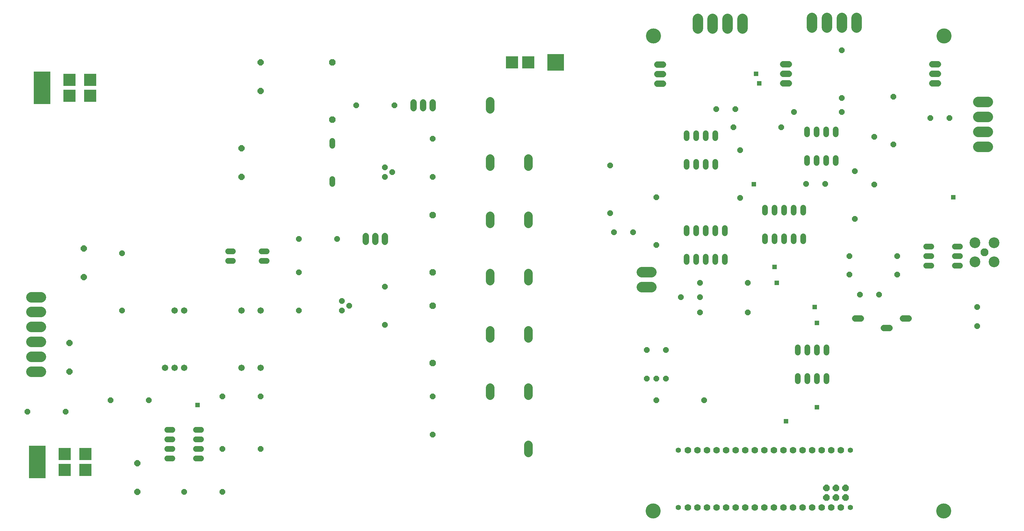
<source format=gbs>
G75*
%MOIN*%
%OFA0B0*%
%FSLAX25Y25*%
%IPPOS*%
%LPD*%
%AMOC8*
5,1,8,0,0,1.08239X$1,22.5*
%
%ADD10C,0.15750*%
%ADD11OC8,0.06400*%
%ADD12C,0.09050*%
%ADD13C,0.06000*%
%ADD14C,0.06737*%
%ADD15C,0.06800*%
%ADD16OC8,0.06000*%
%ADD17OC8,0.06800*%
%ADD18R,0.12611X0.12611*%
%ADD19R,0.17398X0.17398*%
%ADD20C,0.10839*%
%ADD21C,0.07000*%
%ADD22C,0.05524*%
%ADD23OC8,0.07000*%
%ADD24C,0.08300*%
%ADD25C,0.11300*%
%ADD26R,0.04762X0.04762*%
D10*
X0672300Y0027800D03*
X0976300Y0027800D03*
X0976800Y0525300D03*
X0672800Y0525300D03*
D11*
X0261800Y0497800D03*
X0261800Y0467800D03*
X0241800Y0407800D03*
X0241800Y0377800D03*
X0076800Y0302800D03*
X0076800Y0272800D03*
X0061800Y0203800D03*
X0061800Y0173800D03*
X0132800Y0077800D03*
X0132800Y0047800D03*
D12*
X0501800Y0148675D02*
X0501800Y0156925D01*
X0541800Y0156925D02*
X0541800Y0148675D01*
X0541800Y0096925D02*
X0541800Y0088675D01*
X0541800Y0208675D02*
X0541800Y0216925D01*
X0501800Y0216925D02*
X0501800Y0208675D01*
X0501800Y0268675D02*
X0501800Y0276925D01*
X0541800Y0276925D02*
X0541800Y0268675D01*
X0541800Y0328675D02*
X0541800Y0336925D01*
X0501800Y0336925D02*
X0501800Y0328675D01*
X0501800Y0388675D02*
X0501800Y0396925D01*
X0541800Y0396925D02*
X0541800Y0388675D01*
X0501800Y0448675D02*
X0501800Y0456925D01*
D13*
X0336800Y0415400D02*
X0336800Y0410200D01*
X0336800Y0375400D02*
X0336800Y0370200D01*
X0268000Y0299800D02*
X0262800Y0299800D01*
X0262800Y0289800D02*
X0268000Y0289800D01*
X0232800Y0289800D02*
X0227600Y0289800D01*
X0227600Y0299800D02*
X0232800Y0299800D01*
X0199400Y0112800D02*
X0194200Y0112800D01*
X0194200Y0102800D02*
X0199400Y0102800D01*
X0199400Y0092800D02*
X0194200Y0092800D01*
X0194200Y0082800D02*
X0199400Y0082800D01*
X0169400Y0082800D02*
X0164200Y0082800D01*
X0164200Y0092800D02*
X0169400Y0092800D01*
X0169400Y0102800D02*
X0164200Y0102800D01*
X0164200Y0112800D02*
X0169400Y0112800D01*
X0707300Y0288700D02*
X0707300Y0293900D01*
X0717300Y0293900D02*
X0717300Y0288700D01*
X0727300Y0288700D02*
X0727300Y0293900D01*
X0737300Y0293900D02*
X0737300Y0288700D01*
X0747300Y0288700D02*
X0747300Y0293900D01*
X0789300Y0310200D02*
X0789300Y0315400D01*
X0799300Y0315400D02*
X0799300Y0310200D01*
X0809300Y0310200D02*
X0809300Y0315400D01*
X0819300Y0315400D02*
X0819300Y0310200D01*
X0829300Y0310200D02*
X0829300Y0315400D01*
X0829300Y0340200D02*
X0829300Y0345400D01*
X0819300Y0345400D02*
X0819300Y0340200D01*
X0809300Y0340200D02*
X0809300Y0345400D01*
X0799300Y0345400D02*
X0799300Y0340200D01*
X0789300Y0340200D02*
X0789300Y0345400D01*
X0747300Y0323900D02*
X0747300Y0318700D01*
X0737300Y0318700D02*
X0737300Y0323900D01*
X0727300Y0323900D02*
X0727300Y0318700D01*
X0717300Y0318700D02*
X0717300Y0323900D01*
X0707300Y0323900D02*
X0707300Y0318700D01*
X0707300Y0388200D02*
X0707300Y0393400D01*
X0717300Y0393400D02*
X0717300Y0388200D01*
X0727300Y0388200D02*
X0727300Y0393400D01*
X0737300Y0393400D02*
X0737300Y0388200D01*
X0737300Y0418200D02*
X0737300Y0423400D01*
X0727300Y0423400D02*
X0727300Y0418200D01*
X0717300Y0418200D02*
X0717300Y0423400D01*
X0707300Y0423400D02*
X0707300Y0418200D01*
X0833300Y0422200D02*
X0833300Y0427400D01*
X0843300Y0427400D02*
X0843300Y0422200D01*
X0853300Y0422200D02*
X0853300Y0427400D01*
X0863300Y0427400D02*
X0863300Y0422200D01*
X0863300Y0397400D02*
X0863300Y0392200D01*
X0853300Y0392200D02*
X0853300Y0397400D01*
X0843300Y0397400D02*
X0843300Y0392200D01*
X0833300Y0392200D02*
X0833300Y0397400D01*
X0958200Y0304800D02*
X0963400Y0304800D01*
X0963400Y0294800D02*
X0958200Y0294800D01*
X0958200Y0284800D02*
X0963400Y0284800D01*
X0988200Y0284800D02*
X0993400Y0284800D01*
X0993400Y0294800D02*
X0988200Y0294800D01*
X0988200Y0304800D02*
X0993400Y0304800D01*
X0853800Y0198900D02*
X0853800Y0193700D01*
X0843800Y0193700D02*
X0843800Y0198900D01*
X0833800Y0198900D02*
X0833800Y0193700D01*
X0823800Y0193700D02*
X0823800Y0198900D01*
X0823800Y0168900D02*
X0823800Y0163700D01*
X0833800Y0163700D02*
X0833800Y0168900D01*
X0843800Y0168900D02*
X0843800Y0163700D01*
X0853800Y0163700D02*
X0853800Y0168900D01*
D14*
X0261800Y0177800D03*
X0241800Y0177800D03*
X0181800Y0177800D03*
X0171800Y0177800D03*
X0161800Y0177800D03*
X0171800Y0237800D03*
X0181800Y0237800D03*
X0241800Y0237800D03*
X0261800Y0237800D03*
D15*
X0371800Y0309800D02*
X0371800Y0315800D01*
X0381800Y0315800D02*
X0381800Y0309800D01*
X0391800Y0309800D02*
X0391800Y0315800D01*
X0421800Y0449800D02*
X0421800Y0455800D01*
X0431800Y0455800D02*
X0431800Y0449800D01*
X0441800Y0449800D02*
X0441800Y0455800D01*
X0676800Y0475300D02*
X0682800Y0475300D01*
X0682800Y0485300D02*
X0676800Y0485300D01*
X0676800Y0495300D02*
X0682800Y0495300D01*
X0808300Y0495800D02*
X0814300Y0495800D01*
X0814300Y0485800D02*
X0808300Y0485800D01*
X0808300Y0475800D02*
X0814300Y0475800D01*
X0964300Y0475800D02*
X0970300Y0475800D01*
X0970300Y0485800D02*
X0964300Y0485800D01*
X0964300Y0495800D02*
X0970300Y0495800D01*
X0939800Y0229300D02*
X0933800Y0229300D01*
X0919800Y0219300D02*
X0913800Y0219300D01*
X0889800Y0229300D02*
X0883800Y0229300D01*
D16*
X0888800Y0254300D03*
X0908800Y0254300D03*
X0927800Y0275300D03*
X0927800Y0294800D03*
X0877800Y0294800D03*
X0877800Y0275300D03*
X0883300Y0333800D03*
X0903800Y0369800D03*
X0883300Y0383800D03*
X0852300Y0370300D03*
X0832300Y0370300D03*
X0763300Y0355800D03*
X0675800Y0356300D03*
X0627300Y0339800D03*
X0631300Y0319800D03*
X0651300Y0319800D03*
X0675800Y0306300D03*
X0721300Y0266800D03*
X0721300Y0251800D03*
X0701300Y0251800D03*
X0721300Y0235800D03*
X0771300Y0235800D03*
X0771300Y0266800D03*
X0685800Y0196300D03*
X0665800Y0196300D03*
X0665800Y0166300D03*
X0675800Y0166300D03*
X0685800Y0166300D03*
X0675800Y0143800D03*
X0725800Y0143800D03*
X0441800Y0147800D03*
X0441800Y0107800D03*
X0261800Y0092800D03*
X0221800Y0092800D03*
X0221800Y0047800D03*
X0181800Y0047800D03*
X0057800Y0131800D03*
X0017800Y0131800D03*
X0104800Y0143800D03*
X0144800Y0143800D03*
X0221800Y0147800D03*
X0261800Y0147800D03*
X0391800Y0222800D03*
X0354300Y0242800D03*
X0346800Y0237800D03*
X0346800Y0247800D03*
X0301800Y0237800D03*
X0301800Y0277800D03*
X0301800Y0312800D03*
X0341800Y0312800D03*
X0391800Y0262800D03*
X0391800Y0377800D03*
X0399300Y0382800D03*
X0391800Y0387800D03*
X0441800Y0377800D03*
X0441800Y0417800D03*
X0401800Y0452800D03*
X0361800Y0452800D03*
X0627300Y0389800D03*
X0738300Y0448800D03*
X0758300Y0448800D03*
X0756300Y0429800D03*
X0763300Y0405800D03*
X0806300Y0429800D03*
X0819800Y0445800D03*
X0869800Y0445800D03*
X0869800Y0460300D03*
X0923800Y0461800D03*
X0962300Y0439300D03*
X0982300Y0439300D03*
X0923800Y0411800D03*
X0903800Y0419800D03*
X0869800Y0510300D03*
X1011300Y0241300D03*
X1011300Y0221300D03*
X0116800Y0237800D03*
X0116800Y0297800D03*
D17*
X0336800Y0437800D03*
X0336800Y0497800D03*
X0441800Y0337800D03*
X0441800Y0277800D03*
X0441800Y0242800D03*
X0441800Y0182800D03*
D18*
X0078500Y0087300D03*
X0056800Y0087300D03*
X0056800Y0070800D03*
X0078500Y0070800D03*
X0083500Y0462800D03*
X0061800Y0462800D03*
X0061800Y0479300D03*
X0083500Y0479300D03*
X0524800Y0497800D03*
X0541800Y0497800D03*
D19*
X0028100Y0070800D03*
X0028100Y0087300D03*
X0033100Y0462800D03*
X0033100Y0479300D03*
X0570500Y0497800D03*
D20*
X0718914Y0533280D02*
X0718914Y0543320D01*
X0734505Y0543320D02*
X0734505Y0533280D01*
X0750095Y0533280D02*
X0750095Y0543320D01*
X0765686Y0543320D02*
X0765686Y0533280D01*
X0838414Y0534280D02*
X0838414Y0544320D01*
X0854005Y0544320D02*
X0854005Y0534280D01*
X0869595Y0534280D02*
X0869595Y0544320D01*
X0885186Y0544320D02*
X0885186Y0534280D01*
X1012280Y0456186D02*
X1022320Y0456186D01*
X1022320Y0440595D02*
X1012280Y0440595D01*
X1012280Y0425005D02*
X1022320Y0425005D01*
X1022320Y0409414D02*
X1012280Y0409414D01*
X0670320Y0278095D02*
X0660280Y0278095D01*
X0660280Y0262505D02*
X0670320Y0262505D01*
X0031820Y0251776D02*
X0021780Y0251776D01*
X0021780Y0236186D02*
X0031820Y0236186D01*
X0031820Y0220595D02*
X0021780Y0220595D01*
X0021780Y0205005D02*
X0031820Y0205005D01*
X0031820Y0189414D02*
X0021780Y0189414D01*
X0021780Y0173824D02*
X0031820Y0173824D01*
D21*
X0708800Y0091300D03*
X0718800Y0091300D03*
X0728800Y0091300D03*
X0738800Y0091300D03*
X0748800Y0091300D03*
X0758800Y0091300D03*
X0768800Y0091300D03*
X0778800Y0091300D03*
X0788800Y0091300D03*
X0798800Y0091300D03*
X0808800Y0091300D03*
X0818800Y0091300D03*
X0828800Y0091300D03*
X0838800Y0091300D03*
X0848800Y0091300D03*
X0858800Y0091300D03*
X0868800Y0091300D03*
X0868800Y0031300D03*
X0858800Y0031300D03*
X0848800Y0031300D03*
X0838800Y0031300D03*
X0828800Y0031300D03*
X0818800Y0031300D03*
X0808800Y0031300D03*
X0798800Y0031300D03*
X0788800Y0031300D03*
X0778800Y0031300D03*
X0768800Y0031300D03*
X0758800Y0031300D03*
X0748800Y0031300D03*
X0738800Y0031300D03*
X0728800Y0031300D03*
X0718800Y0031300D03*
X0708800Y0031300D03*
D22*
X0698800Y0031300D03*
X0698800Y0091300D03*
X0878800Y0091300D03*
X0878800Y0031300D03*
D23*
X0873800Y0041800D03*
X0863800Y0041800D03*
X0853800Y0041800D03*
X0853800Y0051800D03*
X0863800Y0051800D03*
X0873800Y0051800D03*
D24*
X1019100Y0298700D03*
D25*
X1009061Y0288661D03*
X1029139Y0288661D03*
X1029139Y0308739D03*
X1009061Y0308739D03*
D26*
X0986300Y0356300D03*
X0801800Y0266800D03*
X0799300Y0283300D03*
X0841300Y0241300D03*
X0843800Y0224800D03*
X0843800Y0136300D03*
X0811300Y0121800D03*
X0777550Y0370050D03*
X0783300Y0475800D03*
X0779999Y0485601D03*
X0195800Y0138800D03*
M02*

</source>
